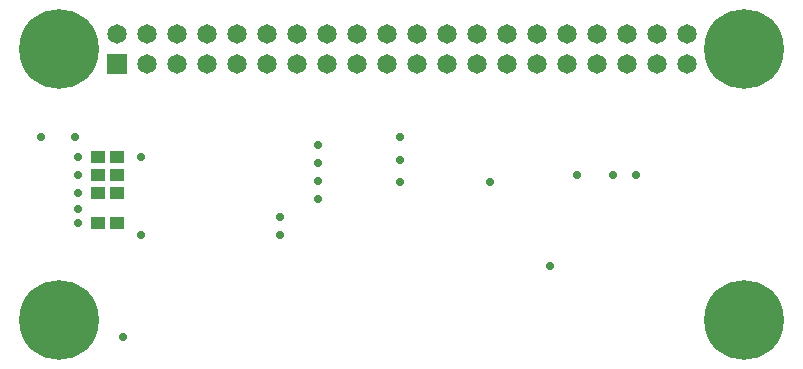
<source format=gbs>
G04 Layer_Color=16711935*
%FSLAX25Y25*%
%MOIN*%
G70*
G01*
G75*
%ADD28R,0.04537X0.04340*%
%ADD35C,0.06506*%
%ADD36R,0.06506X0.06506*%
%ADD37C,0.26575*%
%ADD38C,0.02800*%
D28*
X33150Y68500D02*
D03*
X26850D02*
D03*
X33150Y46500D02*
D03*
X26850D02*
D03*
X33150Y56500D02*
D03*
X26850D02*
D03*
X33150Y62500D02*
D03*
X26850D02*
D03*
D35*
X223000Y109500D02*
D03*
X213000D02*
D03*
X203000D02*
D03*
X193000D02*
D03*
X183000D02*
D03*
X173000D02*
D03*
X163000D02*
D03*
X153000D02*
D03*
X143000D02*
D03*
X133000D02*
D03*
X123000D02*
D03*
X113000D02*
D03*
X103000D02*
D03*
X93000D02*
D03*
X83000D02*
D03*
X73000D02*
D03*
X63000D02*
D03*
X53000D02*
D03*
X43000D02*
D03*
X33000D02*
D03*
X223000Y99500D02*
D03*
X213000D02*
D03*
X203000D02*
D03*
X193000D02*
D03*
X183000D02*
D03*
X173000D02*
D03*
X163000D02*
D03*
X153000D02*
D03*
X143000D02*
D03*
X133000D02*
D03*
X123000D02*
D03*
X113000D02*
D03*
X103000D02*
D03*
X93000D02*
D03*
X83000D02*
D03*
X73000D02*
D03*
X63000D02*
D03*
X53000D02*
D03*
X43000D02*
D03*
D36*
X33000D02*
D03*
D37*
X13827Y13949D02*
D03*
Y104500D02*
D03*
X242173Y13949D02*
D03*
Y104500D02*
D03*
D38*
X41000Y42500D02*
D03*
X20000Y51000D02*
D03*
X41000Y68500D02*
D03*
X20000D02*
D03*
X19012Y75024D02*
D03*
X7988D02*
D03*
X20000Y62500D02*
D03*
Y56500D02*
D03*
Y46500D02*
D03*
X157500Y60000D02*
D03*
X206000Y62500D02*
D03*
X198500D02*
D03*
X186500D02*
D03*
X127500Y60000D02*
D03*
Y67500D02*
D03*
Y75000D02*
D03*
X177500Y32000D02*
D03*
X100000Y54500D02*
D03*
Y60500D02*
D03*
Y66500D02*
D03*
Y72500D02*
D03*
X87500Y48500D02*
D03*
Y42500D02*
D03*
X35000Y8500D02*
D03*
M02*

</source>
